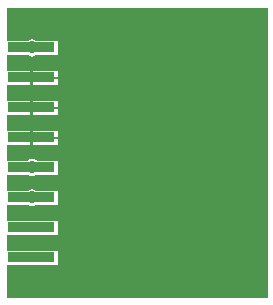
<source format=gbl>
%FSLAX33Y33*%
%MOMM*%
%ADD10C,0.0508*%
%ADD11C,1.0668*%
%ADD12R,4.X0.89*%
D10*
%LNpour fill*%
G01*
X22433Y24973D02*
X22433Y24973D01*
X0427Y24973*
X0427Y22264*
X2175Y22264*
X2340Y22332*
X2343Y22333*
X2538Y22358*
X2542Y22358*
X2737Y22333*
X2740Y22332*
X2905Y22264*
X4714Y22264*
X4729Y22249*
X4729Y20931*
X4714Y20916*
X2905Y20916*
X2740Y20848*
X2737Y20847*
X2542Y20822*
X2538Y20822*
X2343Y20847*
X2340Y20848*
X2175Y20916*
X0427Y20916*
X0427Y19724*
X2409Y19724*
X2424Y19709*
X2424Y18391*
X2409Y18376*
X0427Y18376*
X0427Y17184*
X2409Y17184*
X2424Y17169*
X2424Y15851*
X2409Y15836*
X0427Y15836*
X0427Y14644*
X2409Y14644*
X2424Y14629*
X2424Y13311*
X2409Y13296*
X0427Y13296*
X0427Y12104*
X2133Y12104*
X2154Y12120*
X2157Y12122*
X2340Y12197*
X2343Y12198*
X2538Y12224*
X2542Y12224*
X2737Y12198*
X2740Y12197*
X2923Y12122*
X2926Y12120*
X2947Y12104*
X4714Y12104*
X4729Y12089*
X4729Y10771*
X4714Y10756*
X2844Y10756*
X2740Y10714*
X2737Y10713*
X2542Y10687*
X2538Y10687*
X2343Y10713*
X2340Y10714*
X2236Y10756*
X0427Y10756*
X0427Y9564*
X2175Y9564*
X2340Y9632*
X2343Y9633*
X2538Y9658*
X2542Y9658*
X2737Y9633*
X2740Y9632*
X2905Y9564*
X4714Y9564*
X4729Y9549*
X4729Y8231*
X4714Y8216*
X2905Y8216*
X2740Y8148*
X2737Y8147*
X2542Y8122*
X2538Y8122*
X2343Y8147*
X2340Y8148*
X2175Y8216*
X0427Y8216*
X0427Y7024*
X4714Y7024*
X4729Y7009*
X4729Y5691*
X4714Y5676*
X0427Y5676*
X0427Y4484*
X4714Y4484*
X4729Y4469*
X4729Y3151*
X4714Y3136*
X0427Y3136*
X0427Y0427*
X22433Y0427*
X22433Y24973*
X4729Y19141D02*
X4729Y19141D01*
X4729Y19709*
X4714Y19724*
X2591Y19724*
X2576Y19709*
X2576Y19141*
X2591Y19126*
X4714Y19126*
X4729Y19141*
X4729Y18391D02*
X4729Y18391D01*
X4729Y18959*
X4714Y18974*
X2591Y18974*
X2576Y18959*
X2576Y18391*
X2591Y18376*
X4714Y18376*
X4729Y18391*
X4729Y16601D02*
X4729Y16601D01*
X4729Y17169*
X4714Y17184*
X2591Y17184*
X2576Y17169*
X2576Y16601*
X2591Y16586*
X4714Y16586*
X4729Y16601*
X4729Y15851D02*
X4729Y15851D01*
X4729Y16419*
X4714Y16434*
X2591Y16434*
X2576Y16419*
X2576Y15851*
X2591Y15836*
X4714Y15836*
X4729Y15851*
X4729Y14061D02*
X4729Y14061D01*
X4729Y14629*
X4714Y14644*
X2591Y14644*
X2576Y14629*
X2576Y14061*
X2591Y14046*
X4714Y14046*
X4729Y14061*
X4729Y13311D02*
X4729Y13311D01*
X4729Y13879*
X4714Y13894*
X2591Y13894*
X2576Y13879*
X2576Y13311*
X2591Y13296*
X4714Y13296*
X4729Y13311*
X0427Y0451D02*
X22433Y0451D01*
X0427Y0500D02*
X22433Y0500D01*
X0427Y0550D02*
X22433Y0550D01*
X0427Y0600D02*
X22433Y0600D01*
X0427Y0649D02*
X22433Y0649D01*
X0427Y0699D02*
X22433Y0699D01*
X0427Y0748D02*
X22433Y0748D01*
X0427Y0798D02*
X22433Y0798D01*
X0427Y0847D02*
X22433Y0847D01*
X0427Y0897D02*
X22433Y0897D01*
X0427Y0946D02*
X22433Y0946D01*
X0427Y0996D02*
X22433Y0996D01*
X0427Y1045D02*
X22433Y1045D01*
X0427Y1095D02*
X22433Y1095D01*
X0427Y1144D02*
X22433Y1144D01*
X0427Y1194D02*
X22433Y1194D01*
X0427Y1243D02*
X22433Y1243D01*
X0427Y1293D02*
X22433Y1293D01*
X0427Y1342D02*
X22433Y1342D01*
X0427Y1392D02*
X22433Y1392D01*
X0427Y1442D02*
X22433Y1442D01*
X0427Y1491D02*
X22433Y1491D01*
X0427Y1541D02*
X22433Y1541D01*
X0427Y1590D02*
X22433Y1590D01*
X0427Y1640D02*
X22433Y1640D01*
X0427Y1689D02*
X22433Y1689D01*
X0427Y1739D02*
X22433Y1739D01*
X0427Y1788D02*
X22433Y1788D01*
X0427Y1838D02*
X22433Y1838D01*
X0427Y1887D02*
X22433Y1887D01*
X0427Y1937D02*
X22433Y1937D01*
X0427Y1986D02*
X22433Y1986D01*
X0427Y2036D02*
X22433Y2036D01*
X0427Y2085D02*
X22433Y2085D01*
X0427Y2135D02*
X22433Y2135D01*
X0427Y2184D02*
X22433Y2184D01*
X0427Y2234D02*
X22433Y2234D01*
X0427Y2284D02*
X22433Y2284D01*
X0427Y2333D02*
X22433Y2333D01*
X0427Y2383D02*
X22433Y2383D01*
X0427Y2432D02*
X22433Y2432D01*
X0427Y2482D02*
X22433Y2482D01*
X0427Y2531D02*
X22433Y2531D01*
X0427Y2581D02*
X22433Y2581D01*
X0427Y2630D02*
X22433Y2630D01*
X0427Y2680D02*
X22433Y2680D01*
X0427Y2729D02*
X22433Y2729D01*
X0427Y2779D02*
X22433Y2779D01*
X0427Y2828D02*
X22433Y2828D01*
X0427Y2878D02*
X22433Y2878D01*
X0427Y2927D02*
X22433Y2927D01*
X0427Y2977D02*
X22433Y2977D01*
X0427Y3027D02*
X22433Y3027D01*
X0427Y3076D02*
X22433Y3076D01*
X0427Y3126D02*
X22433Y3126D01*
X4729Y3175D02*
X22433Y3175D01*
X4729Y3225D02*
X22433Y3225D01*
X4729Y3274D02*
X22433Y3274D01*
X4729Y3324D02*
X22433Y3324D01*
X4729Y3373D02*
X22433Y3373D01*
X4729Y3423D02*
X22433Y3423D01*
X4729Y3472D02*
X22433Y3472D01*
X4729Y3522D02*
X22433Y3522D01*
X4729Y3571D02*
X22433Y3571D01*
X4729Y3621D02*
X22433Y3621D01*
X4729Y3670D02*
X22433Y3670D01*
X4729Y3720D02*
X22433Y3720D01*
X4729Y3769D02*
X22433Y3769D01*
X4729Y3819D02*
X22433Y3819D01*
X4729Y3869D02*
X22433Y3869D01*
X4729Y3918D02*
X22433Y3918D01*
X4729Y3968D02*
X22433Y3968D01*
X4729Y4017D02*
X22433Y4017D01*
X4729Y4067D02*
X22433Y4067D01*
X4729Y4116D02*
X22433Y4116D01*
X4729Y4166D02*
X22433Y4166D01*
X4729Y4215D02*
X22433Y4215D01*
X4729Y4265D02*
X22433Y4265D01*
X4729Y4314D02*
X22433Y4314D01*
X4729Y4364D02*
X22433Y4364D01*
X4729Y4413D02*
X22433Y4413D01*
X4729Y4463D02*
X22433Y4463D01*
X0427Y4512D02*
X22433Y4512D01*
X0427Y4562D02*
X22433Y4562D01*
X0427Y4611D02*
X22433Y4611D01*
X0427Y4661D02*
X22433Y4661D01*
X0427Y4711D02*
X22433Y4711D01*
X0427Y4760D02*
X22433Y4760D01*
X0427Y4810D02*
X22433Y4810D01*
X0427Y4859D02*
X22433Y4859D01*
X0427Y4909D02*
X22433Y4909D01*
X0427Y4958D02*
X22433Y4958D01*
X0427Y5008D02*
X22433Y5008D01*
X0427Y5057D02*
X22433Y5057D01*
X0427Y5107D02*
X22433Y5107D01*
X0427Y5156D02*
X22433Y5156D01*
X0427Y5206D02*
X22433Y5206D01*
X0427Y5255D02*
X22433Y5255D01*
X0427Y5305D02*
X22433Y5305D01*
X0427Y5354D02*
X22433Y5354D01*
X0427Y5404D02*
X22433Y5404D01*
X0427Y5453D02*
X22433Y5453D01*
X0427Y5503D02*
X22433Y5503D01*
X0427Y5553D02*
X22433Y5553D01*
X0427Y5602D02*
X22433Y5602D01*
X0427Y5652D02*
X22433Y5652D01*
X4729Y5701D02*
X22433Y5701D01*
X4729Y5751D02*
X22433Y5751D01*
X4729Y5800D02*
X22433Y5800D01*
X4729Y5850D02*
X22433Y5850D01*
X4729Y5899D02*
X22433Y5899D01*
X4729Y5949D02*
X22433Y5949D01*
X4729Y5998D02*
X22433Y5998D01*
X4729Y6048D02*
X22433Y6048D01*
X4729Y6097D02*
X22433Y6097D01*
X4729Y6147D02*
X22433Y6147D01*
X4729Y6196D02*
X22433Y6196D01*
X4729Y6246D02*
X22433Y6246D01*
X4729Y6295D02*
X22433Y6295D01*
X4729Y6345D02*
X22433Y6345D01*
X4729Y6395D02*
X22433Y6395D01*
X4729Y6444D02*
X22433Y6444D01*
X4729Y6494D02*
X22433Y6494D01*
X4729Y6543D02*
X22433Y6543D01*
X4729Y6593D02*
X22433Y6593D01*
X4729Y6642D02*
X22433Y6642D01*
X4729Y6692D02*
X22433Y6692D01*
X4729Y6741D02*
X22433Y6741D01*
X4729Y6791D02*
X22433Y6791D01*
X4729Y6840D02*
X22433Y6840D01*
X4729Y6890D02*
X22433Y6890D01*
X4729Y6939D02*
X22433Y6939D01*
X4729Y6989D02*
X22433Y6989D01*
X0427Y7038D02*
X22433Y7038D01*
X0427Y7088D02*
X22433Y7088D01*
X0427Y7137D02*
X22433Y7137D01*
X0427Y7187D02*
X22433Y7187D01*
X0427Y7237D02*
X22433Y7237D01*
X0427Y7286D02*
X22433Y7286D01*
X0427Y7336D02*
X22433Y7336D01*
X0427Y7385D02*
X22433Y7385D01*
X0427Y7435D02*
X22433Y7435D01*
X0427Y7484D02*
X22433Y7484D01*
X0427Y7534D02*
X22433Y7534D01*
X0427Y7583D02*
X22433Y7583D01*
X0427Y7633D02*
X22433Y7633D01*
X0427Y7682D02*
X22433Y7682D01*
X0427Y7732D02*
X22433Y7732D01*
X0427Y7781D02*
X22433Y7781D01*
X0427Y7831D02*
X22433Y7831D01*
X0427Y7880D02*
X22433Y7880D01*
X0427Y7930D02*
X22433Y7930D01*
X0427Y7980D02*
X22433Y7980D01*
X0427Y8029D02*
X22433Y8029D01*
X0427Y8079D02*
X22433Y8079D01*
X0427Y8128D02*
X2489Y8128D01*
X2591Y8128D02*
X22433Y8128D01*
X0427Y8178D02*
X2269Y8178D01*
X2811Y8178D02*
X22433Y8178D01*
X4724Y8227D02*
X22433Y8227D01*
X4729Y8277D02*
X22433Y8277D01*
X4729Y8326D02*
X22433Y8326D01*
X4729Y8376D02*
X22433Y8376D01*
X4729Y8425D02*
X22433Y8425D01*
X4729Y8475D02*
X22433Y8475D01*
X4729Y8524D02*
X22433Y8524D01*
X4729Y8574D02*
X22433Y8574D01*
X4729Y8623D02*
X22433Y8623D01*
X4729Y8673D02*
X22433Y8673D01*
X4729Y8722D02*
X22433Y8722D01*
X4729Y8772D02*
X22433Y8772D01*
X4729Y8822D02*
X22433Y8822D01*
X4729Y8871D02*
X22433Y8871D01*
X4729Y8921D02*
X22433Y8921D01*
X4729Y8970D02*
X22433Y8970D01*
X4729Y9020D02*
X22433Y9020D01*
X4729Y9069D02*
X22433Y9069D01*
X4729Y9119D02*
X22433Y9119D01*
X4729Y9168D02*
X22433Y9168D01*
X4729Y9218D02*
X22433Y9218D01*
X4729Y9267D02*
X22433Y9267D01*
X4729Y9317D02*
X22433Y9317D01*
X4729Y9366D02*
X22433Y9366D01*
X4729Y9416D02*
X22433Y9416D01*
X4729Y9465D02*
X22433Y9465D01*
X4729Y9515D02*
X22433Y9515D01*
X0427Y9564D02*
X2177Y9564D01*
X2903Y9564D02*
X22433Y9564D01*
X0427Y9614D02*
X2297Y9614D01*
X2783Y9614D02*
X22433Y9614D01*
X0427Y9664D02*
X22433Y9664D01*
X0427Y9713D02*
X22433Y9713D01*
X0427Y9763D02*
X22433Y9763D01*
X0427Y9812D02*
X22433Y9812D01*
X0427Y9862D02*
X22433Y9862D01*
X0427Y9911D02*
X22433Y9911D01*
X0427Y9961D02*
X22433Y9961D01*
X0427Y10010D02*
X22433Y10010D01*
X0427Y10060D02*
X22433Y10060D01*
X0427Y10109D02*
X22433Y10109D01*
X0427Y10159D02*
X22433Y10159D01*
X0427Y10208D02*
X22433Y10208D01*
X0427Y10258D02*
X22433Y10258D01*
X0427Y10307D02*
X22433Y10307D01*
X0427Y10357D02*
X22433Y10357D01*
X0427Y10406D02*
X22433Y10406D01*
X0427Y10456D02*
X22433Y10456D01*
X0427Y10506D02*
X22433Y10506D01*
X0427Y10555D02*
X22433Y10555D01*
X0427Y10605D02*
X22433Y10605D01*
X0427Y10654D02*
X22433Y10654D01*
X0427Y10704D02*
X2412Y10704D01*
X2668Y10704D02*
X22433Y10704D01*
X0427Y10753D02*
X2244Y10753D01*
X2836Y10753D02*
X22433Y10753D01*
X4729Y10803D02*
X22433Y10803D01*
X4729Y10852D02*
X22433Y10852D01*
X4729Y10902D02*
X22433Y10902D01*
X4729Y10951D02*
X22433Y10951D01*
X4729Y11001D02*
X22433Y11001D01*
X4729Y11050D02*
X22433Y11050D01*
X4729Y11100D02*
X22433Y11100D01*
X4729Y11149D02*
X22433Y11149D01*
X4729Y11199D02*
X22433Y11199D01*
X4729Y11248D02*
X22433Y11248D01*
X4729Y11298D02*
X22433Y11298D01*
X4729Y11348D02*
X22433Y11348D01*
X4729Y11397D02*
X22433Y11397D01*
X4729Y11447D02*
X22433Y11447D01*
X4729Y11496D02*
X22433Y11496D01*
X4729Y11546D02*
X22433Y11546D01*
X4729Y11595D02*
X22433Y11595D01*
X4729Y11645D02*
X22433Y11645D01*
X4729Y11694D02*
X22433Y11694D01*
X4729Y11744D02*
X22433Y11744D01*
X4729Y11793D02*
X22433Y11793D01*
X4729Y11843D02*
X22433Y11843D01*
X4729Y11892D02*
X22433Y11892D01*
X4729Y11942D02*
X22433Y11942D01*
X4729Y11991D02*
X22433Y11991D01*
X4729Y12041D02*
X22433Y12041D01*
X4727Y12090D02*
X22433Y12090D01*
X0427Y12140D02*
X2202Y12140D01*
X2878Y12140D02*
X22433Y12140D01*
X0427Y12190D02*
X2321Y12190D01*
X2759Y12190D02*
X22433Y12190D01*
X0427Y12239D02*
X22433Y12239D01*
X0427Y12289D02*
X22433Y12289D01*
X0427Y12338D02*
X22433Y12338D01*
X0427Y12388D02*
X22433Y12388D01*
X0427Y12437D02*
X22433Y12437D01*
X0427Y12487D02*
X22433Y12487D01*
X0427Y12536D02*
X22433Y12536D01*
X0427Y12586D02*
X22433Y12586D01*
X0427Y12635D02*
X22433Y12635D01*
X0427Y12685D02*
X22433Y12685D01*
X0427Y12734D02*
X22433Y12734D01*
X0427Y12784D02*
X22433Y12784D01*
X0427Y12833D02*
X22433Y12833D01*
X0427Y12883D02*
X22433Y12883D01*
X0427Y12933D02*
X22433Y12933D01*
X0427Y12982D02*
X22433Y12982D01*
X0427Y13032D02*
X22433Y13032D01*
X0427Y13081D02*
X22433Y13081D01*
X0427Y13131D02*
X22433Y13131D01*
X0427Y13180D02*
X22433Y13180D01*
X0427Y13230D02*
X22433Y13230D01*
X0427Y13279D02*
X22433Y13279D01*
X2424Y13329D02*
X2576Y13329D01*
X4729Y13329D02*
X22433Y13329D01*
X2424Y13378D02*
X2576Y13378D01*
X4729Y13378D02*
X22433Y13378D01*
X2424Y13428D02*
X2576Y13428D01*
X4729Y13428D02*
X22433Y13428D01*
X2424Y13477D02*
X2576Y13477D01*
X4729Y13477D02*
X22433Y13477D01*
X2424Y13527D02*
X2576Y13527D01*
X4729Y13527D02*
X22433Y13527D01*
X2424Y13576D02*
X2576Y13576D01*
X4729Y13576D02*
X22433Y13576D01*
X2424Y13626D02*
X2576Y13626D01*
X4729Y13626D02*
X22433Y13626D01*
X2424Y13675D02*
X2576Y13675D01*
X4729Y13675D02*
X22433Y13675D01*
X2424Y13725D02*
X2576Y13725D01*
X4729Y13725D02*
X22433Y13725D01*
X2424Y13775D02*
X2576Y13775D01*
X4729Y13775D02*
X22433Y13775D01*
X2424Y13824D02*
X2576Y13824D01*
X4729Y13824D02*
X22433Y13824D01*
X2424Y13874D02*
X2576Y13874D01*
X4729Y13874D02*
X22433Y13874D01*
X2424Y13923D02*
X22433Y13923D01*
X2424Y13973D02*
X22433Y13973D01*
X2424Y14022D02*
X22433Y14022D01*
X2424Y14072D02*
X2576Y14072D01*
X4729Y14072D02*
X22433Y14072D01*
X2424Y14121D02*
X2576Y14121D01*
X4729Y14121D02*
X22433Y14121D01*
X2424Y14171D02*
X2576Y14171D01*
X4729Y14171D02*
X22433Y14171D01*
X2424Y14220D02*
X2576Y14220D01*
X4729Y14220D02*
X22433Y14220D01*
X2424Y14270D02*
X2576Y14270D01*
X4729Y14270D02*
X22433Y14270D01*
X2424Y14319D02*
X2576Y14319D01*
X4729Y14319D02*
X22433Y14319D01*
X2424Y14369D02*
X2576Y14369D01*
X4729Y14369D02*
X22433Y14369D01*
X2424Y14418D02*
X2576Y14418D01*
X4729Y14418D02*
X22433Y14418D01*
X2424Y14468D02*
X2576Y14468D01*
X4729Y14468D02*
X22433Y14468D01*
X2424Y14517D02*
X2576Y14517D01*
X4729Y14517D02*
X22433Y14517D01*
X2424Y14567D02*
X2576Y14567D01*
X4729Y14567D02*
X22433Y14567D01*
X2424Y14617D02*
X2576Y14617D01*
X4729Y14617D02*
X22433Y14617D01*
X0427Y14666D02*
X22433Y14666D01*
X0427Y14716D02*
X22433Y14716D01*
X0427Y14765D02*
X22433Y14765D01*
X0427Y14815D02*
X22433Y14815D01*
X0427Y14864D02*
X22433Y14864D01*
X0427Y14914D02*
X22433Y14914D01*
X0427Y14963D02*
X22433Y14963D01*
X0427Y15013D02*
X22433Y15013D01*
X0427Y15062D02*
X22433Y15062D01*
X0427Y15112D02*
X22433Y15112D01*
X0427Y15161D02*
X22433Y15161D01*
X0427Y15211D02*
X22433Y15211D01*
X0427Y15260D02*
X22433Y15260D01*
X0427Y15310D02*
X22433Y15310D01*
X0427Y15359D02*
X22433Y15359D01*
X0427Y15409D02*
X22433Y15409D01*
X0427Y15459D02*
X22433Y15459D01*
X0427Y15508D02*
X22433Y15508D01*
X0427Y15558D02*
X22433Y15558D01*
X0427Y15607D02*
X22433Y15607D01*
X0427Y15657D02*
X22433Y15657D01*
X0427Y15706D02*
X22433Y15706D01*
X0427Y15756D02*
X22433Y15756D01*
X0427Y15805D02*
X22433Y15805D01*
X2424Y15855D02*
X2576Y15855D01*
X4729Y15855D02*
X22433Y15855D01*
X2424Y15904D02*
X2576Y15904D01*
X4729Y15904D02*
X22433Y15904D01*
X2424Y15954D02*
X2576Y15954D01*
X4729Y15954D02*
X22433Y15954D01*
X2424Y16003D02*
X2576Y16003D01*
X4729Y16003D02*
X22433Y16003D01*
X2424Y16053D02*
X2576Y16053D01*
X4729Y16053D02*
X22433Y16053D01*
X2424Y16102D02*
X2576Y16102D01*
X4729Y16102D02*
X22433Y16102D01*
X2424Y16152D02*
X2576Y16152D01*
X4729Y16152D02*
X22433Y16152D01*
X2424Y16201D02*
X2576Y16201D01*
X4729Y16201D02*
X22433Y16201D01*
X2424Y16251D02*
X2576Y16251D01*
X4729Y16251D02*
X22433Y16251D01*
X2424Y16301D02*
X2576Y16301D01*
X4729Y16301D02*
X22433Y16301D01*
X2424Y16350D02*
X2576Y16350D01*
X4729Y16350D02*
X22433Y16350D01*
X2424Y16400D02*
X2576Y16400D01*
X4729Y16400D02*
X22433Y16400D01*
X2424Y16449D02*
X22433Y16449D01*
X2424Y16499D02*
X22433Y16499D01*
X2424Y16548D02*
X22433Y16548D01*
X2424Y16598D02*
X2580Y16598D01*
X4725Y16598D02*
X22433Y16598D01*
X2424Y16647D02*
X2576Y16647D01*
X4729Y16647D02*
X22433Y16647D01*
X2424Y16697D02*
X2576Y16697D01*
X4729Y16697D02*
X22433Y16697D01*
X2424Y16746D02*
X2576Y16746D01*
X4729Y16746D02*
X22433Y16746D01*
X2424Y16796D02*
X2576Y16796D01*
X4729Y16796D02*
X22433Y16796D01*
X2424Y16845D02*
X2576Y16845D01*
X4729Y16845D02*
X22433Y16845D01*
X2424Y16895D02*
X2576Y16895D01*
X4729Y16895D02*
X22433Y16895D01*
X2424Y16944D02*
X2576Y16944D01*
X4729Y16944D02*
X22433Y16944D01*
X2424Y16994D02*
X2576Y16994D01*
X4729Y16994D02*
X22433Y16994D01*
X2424Y17043D02*
X2576Y17043D01*
X4729Y17043D02*
X22433Y17043D01*
X2424Y17093D02*
X2576Y17093D01*
X4729Y17093D02*
X22433Y17093D01*
X2424Y17143D02*
X2576Y17143D01*
X4729Y17143D02*
X22433Y17143D01*
X0427Y17192D02*
X22433Y17192D01*
X0427Y17242D02*
X22433Y17242D01*
X0427Y17291D02*
X22433Y17291D01*
X0427Y17341D02*
X22433Y17341D01*
X0427Y17390D02*
X22433Y17390D01*
X0427Y17440D02*
X22433Y17440D01*
X0427Y17489D02*
X22433Y17489D01*
X0427Y17539D02*
X22433Y17539D01*
X0427Y17588D02*
X22433Y17588D01*
X0427Y17638D02*
X22433Y17638D01*
X0427Y17687D02*
X22433Y17687D01*
X0427Y17737D02*
X22433Y17737D01*
X0427Y17786D02*
X22433Y17786D01*
X0427Y17836D02*
X22433Y17836D01*
X0427Y17886D02*
X22433Y17886D01*
X0427Y17935D02*
X22433Y17935D01*
X0427Y17985D02*
X22433Y17985D01*
X0427Y18034D02*
X22433Y18034D01*
X0427Y18084D02*
X22433Y18084D01*
X0427Y18133D02*
X22433Y18133D01*
X0427Y18183D02*
X22433Y18183D01*
X0427Y18232D02*
X22433Y18232D01*
X0427Y18282D02*
X22433Y18282D01*
X0427Y18331D02*
X22433Y18331D01*
X2413Y18381D02*
X2587Y18381D01*
X4718Y18381D02*
X22433Y18381D01*
X2424Y18430D02*
X2576Y18430D01*
X4729Y18430D02*
X22433Y18430D01*
X2424Y18480D02*
X2576Y18480D01*
X4729Y18480D02*
X22433Y18480D01*
X2424Y18529D02*
X2576Y18529D01*
X4729Y18529D02*
X22433Y18529D01*
X2424Y18579D02*
X2576Y18579D01*
X4729Y18579D02*
X22433Y18579D01*
X2424Y18628D02*
X2576Y18628D01*
X4729Y18628D02*
X22433Y18628D01*
X2424Y18678D02*
X2576Y18678D01*
X4729Y18678D02*
X22433Y18678D01*
X2424Y18728D02*
X2576Y18728D01*
X4729Y18728D02*
X22433Y18728D01*
X2424Y18777D02*
X2576Y18777D01*
X4729Y18777D02*
X22433Y18777D01*
X2424Y18827D02*
X2576Y18827D01*
X4729Y18827D02*
X22433Y18827D01*
X2424Y18876D02*
X2576Y18876D01*
X4729Y18876D02*
X22433Y18876D01*
X2424Y18926D02*
X2576Y18926D01*
X4729Y18926D02*
X22433Y18926D01*
X2424Y18975D02*
X22433Y18975D01*
X2424Y19025D02*
X22433Y19025D01*
X2424Y19074D02*
X22433Y19074D01*
X2424Y19124D02*
X22433Y19124D01*
X2424Y19173D02*
X2576Y19173D01*
X4729Y19173D02*
X22433Y19173D01*
X2424Y19223D02*
X2576Y19223D01*
X4729Y19223D02*
X22433Y19223D01*
X2424Y19272D02*
X2576Y19272D01*
X4729Y19272D02*
X22433Y19272D01*
X2424Y19322D02*
X2576Y19322D01*
X4729Y19322D02*
X22433Y19322D01*
X2424Y19371D02*
X2576Y19371D01*
X4729Y19371D02*
X22433Y19371D01*
X2424Y19421D02*
X2576Y19421D01*
X4729Y19421D02*
X22433Y19421D01*
X2424Y19470D02*
X2576Y19470D01*
X4729Y19470D02*
X22433Y19470D01*
X2424Y19520D02*
X2576Y19520D01*
X4729Y19520D02*
X22433Y19520D01*
X2424Y19570D02*
X2576Y19570D01*
X4729Y19570D02*
X22433Y19570D01*
X2424Y19619D02*
X2576Y19619D01*
X4729Y19619D02*
X22433Y19619D01*
X2424Y19669D02*
X2576Y19669D01*
X4729Y19669D02*
X22433Y19669D01*
X2414Y19718D02*
X2586Y19718D01*
X4719Y19718D02*
X22433Y19718D01*
X0427Y19768D02*
X22433Y19768D01*
X0427Y19817D02*
X22433Y19817D01*
X0427Y19867D02*
X22433Y19867D01*
X0427Y19916D02*
X22433Y19916D01*
X0427Y19966D02*
X22433Y19966D01*
X0427Y20015D02*
X22433Y20015D01*
X0427Y20065D02*
X22433Y20065D01*
X0427Y20114D02*
X22433Y20114D01*
X0427Y20164D02*
X22433Y20164D01*
X0427Y20213D02*
X22433Y20213D01*
X0427Y20263D02*
X22433Y20263D01*
X0427Y20312D02*
X22433Y20312D01*
X0427Y20362D02*
X22433Y20362D01*
X0427Y20412D02*
X22433Y20412D01*
X0427Y20461D02*
X22433Y20461D01*
X0427Y20511D02*
X22433Y20511D01*
X0427Y20560D02*
X22433Y20560D01*
X0427Y20610D02*
X22433Y20610D01*
X0427Y20659D02*
X22433Y20659D01*
X0427Y20709D02*
X22433Y20709D01*
X0427Y20758D02*
X22433Y20758D01*
X0427Y20808D02*
X22433Y20808D01*
X0427Y20857D02*
X2318Y20857D01*
X2762Y20857D02*
X22433Y20857D01*
X0427Y20907D02*
X2198Y20907D01*
X2882Y20907D02*
X22433Y20907D01*
X4729Y20956D02*
X22433Y20956D01*
X4729Y21006D02*
X22433Y21006D01*
X4729Y21055D02*
X22433Y21055D01*
X4729Y21105D02*
X22433Y21105D01*
X4729Y21154D02*
X22433Y21154D01*
X4729Y21204D02*
X22433Y21204D01*
X4729Y21254D02*
X22433Y21254D01*
X4729Y21303D02*
X22433Y21303D01*
X4729Y21353D02*
X22433Y21353D01*
X4729Y21402D02*
X22433Y21402D01*
X4729Y21452D02*
X22433Y21452D01*
X4729Y21501D02*
X22433Y21501D01*
X4729Y21551D02*
X22433Y21551D01*
X4729Y21600D02*
X22433Y21600D01*
X4729Y21650D02*
X22433Y21650D01*
X4729Y21699D02*
X22433Y21699D01*
X4729Y21749D02*
X22433Y21749D01*
X4729Y21798D02*
X22433Y21798D01*
X4729Y21848D02*
X22433Y21848D01*
X4729Y21897D02*
X22433Y21897D01*
X4729Y21947D02*
X22433Y21947D01*
X4729Y21996D02*
X22433Y21996D01*
X4729Y22046D02*
X22433Y22046D01*
X4729Y22096D02*
X22433Y22096D01*
X4729Y22145D02*
X22433Y22145D01*
X4729Y22195D02*
X22433Y22195D01*
X4729Y22244D02*
X22433Y22244D01*
X0427Y22294D02*
X2248Y22294D01*
X2832Y22294D02*
X22433Y22294D01*
X0427Y22343D02*
X2423Y22343D01*
X2657Y22343D02*
X22433Y22343D01*
X0427Y22393D02*
X22433Y22393D01*
X0427Y22442D02*
X22433Y22442D01*
X0427Y22492D02*
X22433Y22492D01*
X0427Y22541D02*
X22433Y22541D01*
X0427Y22591D02*
X22433Y22591D01*
X0427Y22640D02*
X22433Y22640D01*
X0427Y22690D02*
X22433Y22690D01*
X0427Y22739D02*
X22433Y22739D01*
X0427Y22789D02*
X22433Y22789D01*
X0427Y22839D02*
X22433Y22839D01*
X0427Y22888D02*
X22433Y22888D01*
X0427Y22938D02*
X22433Y22938D01*
X0427Y22987D02*
X22433Y22987D01*
X0427Y23037D02*
X22433Y23037D01*
X0427Y23086D02*
X22433Y23086D01*
X0427Y23136D02*
X22433Y23136D01*
X0427Y23185D02*
X22433Y23185D01*
X0427Y23235D02*
X22433Y23235D01*
X0427Y23284D02*
X22433Y23284D01*
X0427Y23334D02*
X22433Y23334D01*
X0427Y23383D02*
X22433Y23383D01*
X0427Y23433D02*
X22433Y23433D01*
X0427Y23482D02*
X22433Y23482D01*
X0427Y23532D02*
X22433Y23532D01*
X0427Y23581D02*
X22433Y23581D01*
X0427Y23631D02*
X22433Y23631D01*
X0427Y23681D02*
X22433Y23681D01*
X0427Y23730D02*
X22433Y23730D01*
X0427Y23780D02*
X22433Y23780D01*
X0427Y23829D02*
X22433Y23829D01*
X0427Y23879D02*
X22433Y23879D01*
X0427Y23928D02*
X22433Y23928D01*
X0427Y23978D02*
X22433Y23978D01*
X0427Y24027D02*
X22433Y24027D01*
X0427Y24077D02*
X22433Y24077D01*
X0427Y24126D02*
X22433Y24126D01*
X0427Y24176D02*
X22433Y24176D01*
X0427Y24225D02*
X22433Y24225D01*
X0427Y24275D02*
X22433Y24275D01*
X0427Y24324D02*
X22433Y24324D01*
X0427Y24374D02*
X22433Y24374D01*
X0427Y24423D02*
X22433Y24423D01*
X0427Y24473D02*
X22433Y24473D01*
X0427Y24523D02*
X22433Y24523D01*
X0427Y24572D02*
X22433Y24572D01*
X0427Y24622D02*
X22433Y24622D01*
X0427Y24671D02*
X22433Y24671D01*
X0427Y24721D02*
X22433Y24721D01*
X0427Y24770D02*
X22433Y24770D01*
X0427Y24820D02*
X22433Y24820D01*
X0427Y24869D02*
X22433Y24869D01*
X0427Y24919D02*
X22433Y24919D01*
X0427Y24968D02*
X22433Y24968D01*
%LNbottom copper_traces*%
D11*
X21590Y6350D03*
X8890Y1270D03*
X2540Y11455D03*
X21590Y8890D03*
X16510Y1270D03*
X16510Y24130D03*
X13970Y1270D03*
X21590Y21590D03*
X11430Y1270D03*
X1270Y1270D03*
X13970Y24130D03*
X21590Y24130D03*
X19050Y1270D03*
X21590Y1270D03*
X21590Y16510D03*
X6350Y24130D03*
X21590Y13970D03*
X19050Y24130D03*
X3810Y1270D03*
X6350Y1270D03*
X21590Y19050D03*
X2540Y21590D03*
X1270Y24130D03*
X3810Y24130D03*
X8890Y24130D03*
X2540Y8890D03*
X21590Y11430D03*
X11430Y24130D03*
X21590Y3810D03*
%LNbottom copper component fd34238b57d531db*%
D12*
X2500Y21590D03*
X2500Y19050D03*
X2500Y16510D03*
X2500Y13970D03*
X2500Y11430D03*
X2500Y8890D03*
X2500Y6350D03*
X2500Y3810D03*
M02*
</source>
